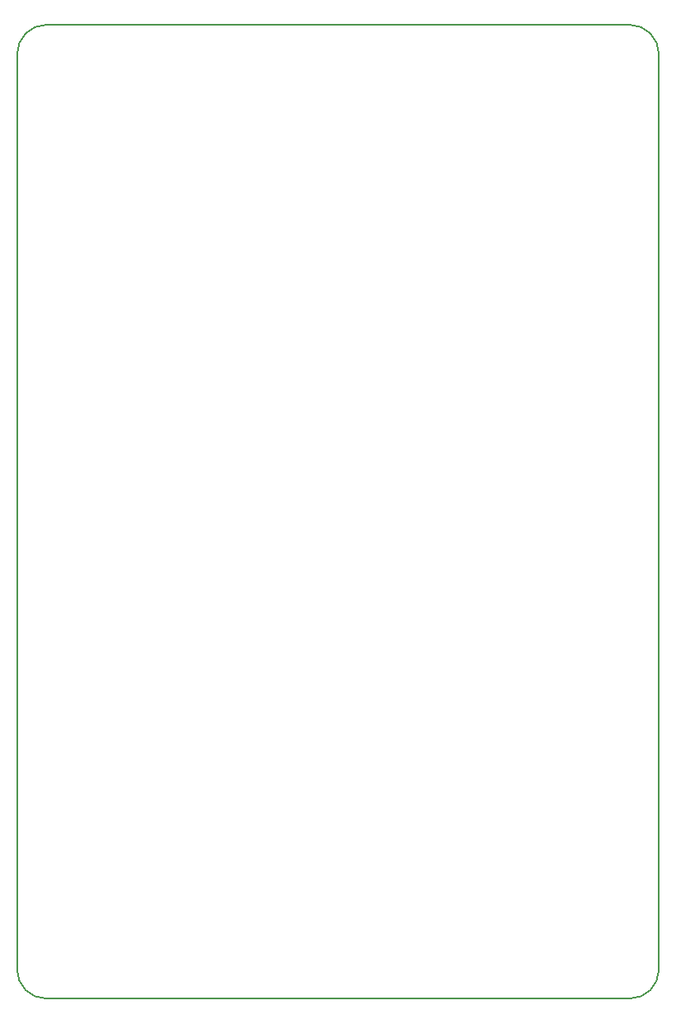
<source format=gbr>
%TF.GenerationSoftware,KiCad,Pcbnew,8.0.0*%
%TF.CreationDate,2024-04-01T11:56:58-07:00*%
%TF.ProjectId,recivier,72656369-7669-4657-922e-6b696361645f,rev?*%
%TF.SameCoordinates,Original*%
%TF.FileFunction,Profile,NP*%
%FSLAX46Y46*%
G04 Gerber Fmt 4.6, Leading zero omitted, Abs format (unit mm)*
G04 Created by KiCad (PCBNEW 8.0.0) date 2024-04-01 11:56:58*
%MOMM*%
%LPD*%
G01*
G04 APERTURE LIST*
%TA.AperFunction,Profile*%
%ADD10C,0.200000*%
%TD*%
G04 APERTURE END LIST*
D10*
X3000000Y100000000D02*
X63000000Y100000000D01*
X0Y97000000D02*
G75*
G02*
X3000000Y100000000I3000000J0D01*
G01*
X63000000Y100000000D02*
G75*
G02*
X66000000Y97000000I0J-3000000D01*
G01*
X63000000Y0D02*
X3000000Y0D01*
X3000000Y0D02*
G75*
G02*
X0Y3000000I0J3000000D01*
G01*
X66000000Y97000000D02*
X66000000Y3000000D01*
X66000000Y3000000D02*
G75*
G02*
X63000000Y0I-3000000J0D01*
G01*
X0Y3000000D02*
X0Y97000000D01*
M02*

</source>
